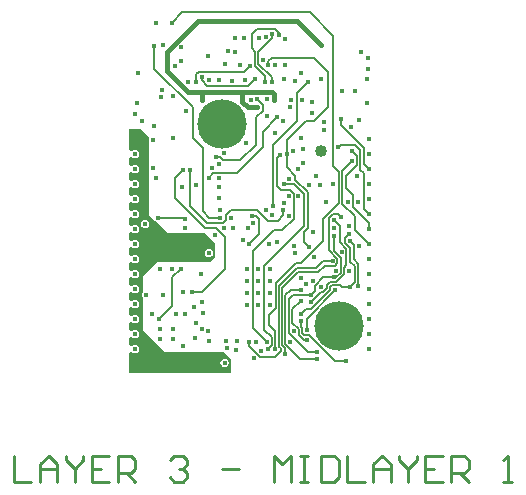
<source format=gbr>
%TF.GenerationSoftware,Altium Limited,Altium Designer,20.1.11 (218)*%
G04 Layer_Physical_Order=3*
G04 Layer_Color=36540*
%FSLAX26Y26*%
%MOIN*%
%TF.SameCoordinates,F1652399-7491-40A6-9504-01A14B245E9D*%
%TF.FilePolarity,Positive*%
%TF.FileFunction,Copper,L3,Inr,Signal*%
%TF.Part,Single*%
G01*
G75*
%TA.AperFunction,Conductor*%
%ADD38C,0.005000*%
%ADD44C,0.015000*%
%TA.AperFunction,ComponentPad*%
%ADD62C,0.040000*%
%TA.AperFunction,ViaPad*%
%ADD64C,0.165000*%
%ADD65C,0.017716*%
%TA.AperFunction,NonConductor*%
%ADD66C,0.009842*%
G36*
X75806Y795051D02*
X75805Y535917D01*
X92840Y518883D01*
X95009Y515637D01*
X98255Y513468D01*
X136587Y475136D01*
X259984Y475136D01*
X295009Y440111D01*
X295009Y394033D01*
X279276Y378301D01*
X102301Y378301D01*
X56000Y332000D01*
Y277653D01*
X53870Y274465D01*
X52795Y269058D01*
X53870Y263651D01*
X56000Y260463D01*
X56000Y150408D01*
X126950Y79458D01*
X324115D01*
X350078Y53495D01*
Y8156D01*
X8156D01*
Y73421D01*
X12120Y76070D01*
X13546Y78203D01*
X19559D01*
X19563Y78197D01*
X24147Y75134D01*
X29554Y74058D01*
X34962Y75134D01*
X39546Y78197D01*
X42608Y82781D01*
X43684Y88188D01*
X42608Y93595D01*
X39546Y98179D01*
X34962Y101242D01*
X29554Y102318D01*
X24147Y101242D01*
X19563Y98179D01*
X19560Y98175D01*
X13547D01*
X12120Y100310D01*
X8156Y102959D01*
Y123421D01*
X12120Y126070D01*
X13546Y128203D01*
X19559D01*
X19563Y128197D01*
X24147Y125134D01*
X29554Y124058D01*
X34962Y125134D01*
X39546Y128197D01*
X42608Y132781D01*
X43684Y138188D01*
X42608Y143595D01*
X39546Y148179D01*
X34962Y151242D01*
X29554Y152318D01*
X24147Y151242D01*
X19563Y148179D01*
X19560Y148175D01*
X13547D01*
X12120Y150310D01*
X8156Y152959D01*
Y173421D01*
X12120Y176070D01*
X13546Y178203D01*
X19559D01*
X19563Y178197D01*
X24147Y175134D01*
X29554Y174058D01*
X34962Y175134D01*
X39546Y178197D01*
X42608Y182781D01*
X43684Y188188D01*
X42608Y193595D01*
X39546Y198179D01*
X34962Y201242D01*
X29554Y202318D01*
X24147Y201242D01*
X19563Y198179D01*
X19560Y198175D01*
X13547D01*
X12120Y200310D01*
X8156Y202959D01*
Y223421D01*
X12120Y226070D01*
X13546Y228203D01*
X19559D01*
X19563Y228197D01*
X24147Y225134D01*
X29554Y224058D01*
X34962Y225134D01*
X39546Y228197D01*
X42608Y232781D01*
X43684Y238188D01*
X42608Y243595D01*
X39546Y248179D01*
X34962Y251242D01*
X29554Y252318D01*
X24147Y251242D01*
X19563Y248179D01*
X19560Y248175D01*
X13547D01*
X12120Y250310D01*
X8156Y252959D01*
Y273421D01*
X12120Y276070D01*
X13546Y278203D01*
X19559D01*
X19563Y278197D01*
X24147Y275134D01*
X29554Y274058D01*
X34962Y275134D01*
X39546Y278197D01*
X42608Y282781D01*
X43684Y288188D01*
X42608Y293595D01*
X39546Y298179D01*
X34962Y301242D01*
X29554Y302318D01*
X24147Y301242D01*
X19563Y298179D01*
X19560Y298175D01*
X13547D01*
X12120Y300310D01*
X8156Y302959D01*
Y323421D01*
X12120Y326070D01*
X13546Y328203D01*
X19559D01*
X19563Y328197D01*
X24147Y325134D01*
X29554Y324058D01*
X34962Y325134D01*
X39546Y328197D01*
X42608Y332781D01*
X43684Y338188D01*
X42608Y343595D01*
X39546Y348179D01*
X34962Y351242D01*
X29554Y352318D01*
X24147Y351242D01*
X19563Y348179D01*
X19560Y348175D01*
X13547D01*
X12120Y350310D01*
X8156Y352959D01*
Y373421D01*
X12120Y376070D01*
X13546Y378203D01*
X19559D01*
X19563Y378197D01*
X24147Y375134D01*
X29554Y374058D01*
X34962Y375134D01*
X39546Y378197D01*
X42608Y382781D01*
X43684Y388188D01*
X42608Y393595D01*
X39546Y398179D01*
X34962Y401242D01*
X29554Y402318D01*
X24147Y401242D01*
X19563Y398179D01*
X19560Y398175D01*
X13547D01*
X12120Y400310D01*
X8156Y402959D01*
Y423421D01*
X12120Y426070D01*
X13546Y428203D01*
X19559D01*
X19563Y428197D01*
X24147Y425134D01*
X29554Y424058D01*
X34962Y425134D01*
X39546Y428197D01*
X42608Y432781D01*
X43684Y438188D01*
X42608Y443595D01*
X39546Y448179D01*
X34962Y451242D01*
X29554Y452318D01*
X24147Y451242D01*
X19563Y448179D01*
X19560Y448175D01*
X13547D01*
X12120Y450310D01*
X8156Y452959D01*
Y473421D01*
X12120Y476070D01*
X13546Y478203D01*
X19559D01*
X19563Y478197D01*
X24147Y475134D01*
X29554Y474058D01*
X34962Y475134D01*
X39546Y478197D01*
X42608Y482781D01*
X43684Y488188D01*
X42608Y493595D01*
X39546Y498179D01*
X34962Y501242D01*
X29554Y502318D01*
X24147Y501242D01*
X19563Y498179D01*
X19560Y498175D01*
X13547D01*
X12120Y500310D01*
X8156Y502959D01*
Y523421D01*
X12120Y526070D01*
X13546Y528203D01*
X19559D01*
X19563Y528197D01*
X24147Y525134D01*
X29554Y524058D01*
X34962Y525134D01*
X39546Y528197D01*
X42608Y532781D01*
X43684Y538188D01*
X42608Y543595D01*
X39546Y548179D01*
X34962Y551242D01*
X29554Y552318D01*
X24147Y551242D01*
X19563Y548179D01*
X19560Y548175D01*
X13547D01*
X12120Y550310D01*
X8156Y552959D01*
Y573421D01*
X12120Y576070D01*
X13546Y578203D01*
X19559D01*
X19563Y578197D01*
X24147Y575134D01*
X29554Y574058D01*
X34962Y575134D01*
X39546Y578197D01*
X42608Y582781D01*
X43684Y588188D01*
X42608Y593595D01*
X39546Y598179D01*
X34962Y601242D01*
X29554Y602318D01*
X24147Y601242D01*
X19563Y598179D01*
X19560Y598175D01*
X13547D01*
X12120Y600310D01*
X8156Y602959D01*
Y623421D01*
X12120Y626070D01*
X13546Y628203D01*
X19559D01*
X19563Y628197D01*
X24147Y625134D01*
X29554Y624058D01*
X34962Y625134D01*
X39546Y628197D01*
X42608Y632781D01*
X43684Y638188D01*
X42608Y643595D01*
X39546Y648179D01*
X34962Y651242D01*
X29554Y652318D01*
X24147Y651242D01*
X19563Y648179D01*
X19560Y648175D01*
X13547D01*
X12120Y650310D01*
X8156Y652959D01*
Y673421D01*
X12120Y676070D01*
X13546Y678203D01*
X19559D01*
X19563Y678197D01*
X24147Y675134D01*
X29554Y674058D01*
X34962Y675134D01*
X39546Y678197D01*
X42608Y682781D01*
X43684Y688188D01*
X42608Y693595D01*
X39546Y698179D01*
X34962Y701242D01*
X29554Y702318D01*
X24147Y701242D01*
X19563Y698179D01*
X19560Y698175D01*
X13547D01*
X12120Y700310D01*
X8156Y702959D01*
Y723421D01*
X12120Y726070D01*
X13546Y728203D01*
X19559D01*
X19563Y728197D01*
X24147Y725134D01*
X29554Y724058D01*
X34962Y725134D01*
X39546Y728197D01*
X42608Y732781D01*
X43684Y738188D01*
X42608Y743595D01*
X39546Y748179D01*
X34962Y751242D01*
X29554Y752318D01*
X24147Y751242D01*
X19563Y748179D01*
X19560Y748175D01*
X13547D01*
X12120Y750310D01*
X8156Y752959D01*
Y822532D01*
X48324D01*
X75806Y795051D01*
D02*
G37*
%LPC*%
G36*
X63424Y518188D02*
X58017Y517112D01*
X53433Y514049D01*
X50370Y509465D01*
X49295Y504058D01*
X50370Y498651D01*
X53433Y494067D01*
X58017Y491004D01*
X63424Y489928D01*
X68832Y491004D01*
X73416Y494067D01*
X76478Y498651D01*
X77554Y504058D01*
X76478Y509465D01*
X73416Y514049D01*
X68832Y517112D01*
X63424Y518188D01*
D02*
G37*
G36*
X275594Y421878D02*
X270187Y420802D01*
X265603Y417739D01*
X262540Y413155D01*
X261465Y407748D01*
X262540Y402341D01*
X265603Y397757D01*
X270187Y394694D01*
X275594Y393618D01*
X281002Y394694D01*
X285586Y397757D01*
X288649Y402341D01*
X289724Y407748D01*
X288649Y413155D01*
X285586Y417739D01*
X281002Y420802D01*
X275594Y421878D01*
D02*
G37*
G36*
X328000Y56130D02*
X322593Y55054D01*
X318009Y51991D01*
X314946Y47407D01*
X313870Y42000D01*
X314946Y36593D01*
X318009Y32009D01*
X322593Y28946D01*
X328000Y27870D01*
X333407Y28946D01*
X337991Y32009D01*
X341054Y36593D01*
X342130Y42000D01*
X341054Y47407D01*
X337991Y51991D01*
X333407Y55054D01*
X328000Y56130D01*
D02*
G37*
%LPD*%
D38*
X758724Y387638D02*
Y435998D01*
X745064Y449658D02*
X758724Y435998D01*
X369000Y674000D02*
X455000Y760000D01*
Y813000D02*
X502000Y860000D01*
X455000Y760000D02*
Y813000D01*
X433000Y769000D02*
Y860000D01*
X381000Y717000D02*
X433000Y769000D01*
Y860000D02*
X456000Y883000D01*
X324000Y717000D02*
X381000D01*
X289866Y674000D02*
X369000D01*
X473424Y1033925D02*
Y1047424D01*
X485576Y1059576D02*
X624749D01*
X473424Y1047424D02*
X485576Y1059576D01*
X624749D02*
X674000Y1010324D01*
X534925Y783925D02*
X598000Y847000D01*
X626000D02*
X674000Y895000D01*
X598000Y847000D02*
X626000D01*
X534925Y739000D02*
Y783925D01*
X489000Y564000D02*
Y768000D01*
X568000Y847000D02*
Y940754D01*
X489000Y768000D02*
X568000Y847000D01*
X153424Y327058D02*
X181424Y355058D01*
X153424Y230881D02*
Y327058D01*
X111000Y188456D02*
X153424Y230881D01*
X162000Y593000D02*
Y658963D01*
X188424Y685388D01*
X162000Y593000D02*
X263000Y492000D01*
X298000D01*
X330175Y459825D01*
Y355277D02*
Y459825D01*
X219424Y277058D02*
X251956D01*
X330175Y355277D01*
X269000Y508000D02*
X322641D01*
X212599Y564402D02*
Y685388D01*
Y564402D02*
X269000Y508000D01*
X187931Y525628D02*
X191559Y522000D01*
X195000D01*
X105000Y525628D02*
X187931D01*
X274824Y658958D02*
X289866Y674000D01*
X534925Y695233D02*
X564000Y666158D01*
X534925Y695233D02*
Y739000D01*
X276942Y525058D02*
X314124D01*
X322641Y508000D02*
X332776Y518135D01*
X498424Y223424D02*
Y308358D01*
X476424Y166576D02*
Y201424D01*
X498424Y223424D01*
X460424Y152576D02*
Y366058D01*
X485424Y101058D02*
Y127576D01*
X460424Y152576D02*
X485424Y127576D01*
X495796Y87953D02*
Y147204D01*
X476424Y166576D02*
X495796Y147204D01*
X498424Y308358D02*
X564824Y374758D01*
X530642Y268031D02*
X548048Y285438D01*
X520642Y100383D02*
Y291265D01*
X510642Y299275D02*
X569224Y357858D01*
X520642Y100383D02*
X530000Y91024D01*
X520642Y291265D02*
X573134Y343758D01*
X530642Y105224D02*
Y268031D01*
X510642Y96240D02*
Y299275D01*
Y96240D02*
X516000Y90882D01*
X530642Y105224D02*
X580748Y55118D01*
X408623Y99746D02*
X445903Y62466D01*
X408623Y99746D02*
Y112058D01*
X696942Y47058D02*
X732424D01*
X609842Y134158D02*
X696942Y47058D01*
X591824Y134158D02*
X609842D01*
X591224Y117058D02*
X601424D01*
X554434Y175448D02*
Y221068D01*
Y175448D02*
X575124Y154758D01*
X554434Y221068D02*
X581424Y248058D01*
X557552Y268858D02*
X614924D01*
X542266Y141082D02*
Y253572D01*
X557552Y268858D01*
X548048Y285438D02*
X581774D01*
X648800Y278254D02*
X657720D01*
X615114Y244568D02*
X648800Y278254D01*
X657720D02*
X669752Y290285D01*
X504758Y514758D02*
X524000Y534000D01*
Y550000D01*
X473017Y514758D02*
X504758D01*
X493000Y484000D02*
X521000D01*
X558000Y521000D02*
Y605164D01*
X521000Y484000D02*
X558000Y521000D01*
X423424Y414424D02*
X493000Y484000D01*
X313000Y728000D02*
X324000Y717000D01*
X301000Y728000D02*
X313000D01*
X503000Y631642D02*
Y726000D01*
X512000Y735000D02*
Y735000D01*
X503000Y726000D02*
X512000Y735000D01*
X503000Y631642D02*
X516642Y618000D01*
X568000Y940754D02*
X605677Y978431D01*
X674000Y895000D02*
Y1010324D01*
X612357Y1209785D02*
X690000Y1132142D01*
Y696683D02*
Y1132142D01*
X728724Y459338D02*
X742424Y473038D01*
X728724Y456458D02*
Y459338D01*
X728704Y456438D02*
X728724Y456458D01*
X728704Y442878D02*
Y456438D01*
Y442878D02*
X747024Y424558D01*
X713224Y444208D02*
X734358Y423074D01*
Y366592D02*
Y423074D01*
X713224Y444208D02*
Y499458D01*
X747024Y378658D02*
Y424558D01*
X725642Y337041D02*
Y357875D01*
X699458Y310858D02*
X725642Y337041D01*
X680224Y310858D02*
X699458D01*
X725642Y357875D02*
X734358Y366592D01*
X704388Y375784D02*
Y389336D01*
X675424Y418299D02*
Y524758D01*
X694801Y366198D02*
X704388Y375784D01*
X675424Y418299D02*
X704388Y389336D01*
X657624Y382558D02*
X688027D01*
X663164Y366198D02*
X694801D01*
X688027Y382558D02*
X688029Y382560D01*
X693424Y414442D02*
X715033Y392833D01*
Y342602D02*
Y392833D01*
X693424Y414442D02*
Y464058D01*
X692874Y327408D02*
X699838D01*
X715033Y342602D01*
X93424Y1022576D02*
X222000Y894000D01*
Y792710D02*
X255000Y759710D01*
X222000Y792710D02*
Y894000D01*
X93424Y1022576D02*
Y1099058D01*
X423424Y157288D02*
Y414424D01*
X516642Y618000D02*
X545164D01*
X558000Y605164D01*
X460424Y366058D02*
X593000Y498634D01*
X332776Y536418D02*
X349357Y553000D01*
X434774D01*
X332776Y518135D02*
Y536418D01*
X434774Y553000D02*
X473017Y514758D01*
X527000Y638000D02*
X559000D01*
X409276Y437980D02*
X443424Y472129D01*
X716000Y769000D02*
X762782D01*
X707000Y760000D02*
X716000Y769000D01*
X423424Y157288D02*
X468504Y112208D01*
X733000Y663934D02*
X770124Y701058D01*
X733000Y624000D02*
X755924Y601076D01*
X733000Y624000D02*
Y663934D01*
X755924Y560868D02*
Y601076D01*
X720824Y571176D02*
Y681458D01*
X752994Y713628D01*
X690000Y696683D02*
X708424Y678259D01*
X781124Y685058D02*
Y750658D01*
Y685058D02*
X791624Y674558D01*
Y556288D02*
Y674558D01*
Y556288D02*
X809724Y538188D01*
X762782Y769000D02*
X781124Y750658D01*
X640724Y343758D02*
X663164Y366198D01*
X655024Y522558D02*
X708424Y575958D01*
Y678259D01*
X720824Y571176D02*
X761724Y530276D01*
X593000Y498634D02*
Y604000D01*
Y443483D02*
Y479000D01*
X606000Y492000D02*
Y610258D01*
X593000Y479000D02*
X606000Y492000D01*
X593000Y443483D02*
X609424Y427058D01*
Y427058D02*
Y427058D01*
X564000Y652258D02*
X606000Y610258D01*
X564000Y652258D02*
Y666158D01*
X559000Y638000D02*
X593000Y604000D01*
X255000Y547000D02*
X276942Y525058D01*
X255000Y547000D02*
Y759710D01*
X437824Y919958D02*
X456000Y901782D01*
Y883000D02*
Y901782D01*
X419140Y531774D02*
X434282D01*
X443424Y522632D01*
Y472129D02*
Y522632D01*
X614924Y268858D02*
X628224Y282158D01*
Y297858D02*
X657774Y327408D01*
X628224Y282158D02*
Y297858D01*
X232284Y1003318D02*
X241524Y1012558D01*
X232284Y979058D02*
Y1003318D01*
X430000Y1032127D02*
Y1079000D01*
X419000Y1090000D02*
Y1137000D01*
Y1090000D02*
X430000Y1079000D01*
X689924Y539258D02*
X706924D01*
X717724Y528458D01*
X693624Y519058D02*
X713224Y499458D01*
X693424Y519058D02*
X693624D01*
X675424Y524758D02*
X689924Y539258D01*
X761724Y486188D02*
Y530276D01*
X440642Y1078642D02*
X486296Y1124296D01*
X440642Y1039358D02*
Y1078642D01*
Y1039358D02*
X486424Y993576D01*
X430000Y1032127D02*
X463704Y998423D01*
X419000Y1137000D02*
X436850Y1154850D01*
X486296Y1124296D02*
Y1138479D01*
X486284Y1138492D02*
X486296Y1138479D01*
X605677Y978431D02*
X606931D01*
X187301Y1209785D02*
X612357D01*
X486424Y978958D02*
Y993576D01*
X463704Y978958D02*
Y998423D01*
X436850Y1154850D02*
X497067D01*
X509000Y1134000D02*
Y1142917D01*
X497067Y1154850D02*
X509000Y1142917D01*
X270385Y966243D02*
X407467D01*
X430000Y988776D01*
X151574Y1174058D02*
X187301Y1209785D01*
X253424Y983204D02*
X270385Y966243D01*
X253424Y983204D02*
Y993458D01*
X241524Y1012558D02*
X391924D01*
X773399Y297208D02*
X773504Y297313D01*
Y372858D01*
X516000Y82000D02*
Y90882D01*
X496466Y62466D02*
X516000Y82000D01*
X445903Y62466D02*
X496466D01*
X530000Y70000D02*
Y91024D01*
X580748Y55118D02*
X637424D01*
X605290Y78058D02*
X636424D01*
X542266Y141082D02*
X605290Y78058D01*
X669752Y290285D02*
Y300385D01*
X680224Y310858D01*
X680594Y286028D02*
Y294610D01*
X686842Y300858D01*
X615624Y221058D02*
X680594Y286028D01*
X686842Y300858D02*
X713443D01*
X601924Y189058D02*
X696954Y284088D01*
X718243Y296058D02*
X746424D01*
X713443Y300858D02*
X718243Y296058D01*
X761724Y311358D02*
Y363958D01*
X746424Y296058D02*
X761724Y311358D01*
X391924Y1012558D02*
X412424Y1033058D01*
X715000Y835682D02*
Y855000D01*
X575124Y133158D02*
X591224Y117058D01*
X575124Y133158D02*
Y154758D01*
X753424Y749058D02*
X770124Y732358D01*
Y701058D02*
Y732358D01*
X755924Y560868D02*
X809724Y507068D01*
Y488188D02*
Y507068D01*
X573134Y343758D02*
X640724D01*
X472424Y88058D02*
X485424Y101058D01*
X792424Y705488D02*
X809724Y688188D01*
X792424Y705488D02*
Y758258D01*
X761724Y486188D02*
X809724Y438188D01*
X655024Y448158D02*
Y522558D01*
X581624Y374758D02*
X655024Y448158D01*
X564824Y374758D02*
X581624D01*
X657774Y327408D02*
X692874D01*
X582424Y161658D02*
Y181058D01*
Y161658D02*
X585564Y158518D01*
Y140418D02*
Y158518D01*
Y140418D02*
X591824Y134158D01*
X632924Y357858D02*
X657624Y382558D01*
X569224Y357858D02*
X632924D01*
X601924Y152658D02*
Y189058D01*
X747024Y378658D02*
X761724Y363958D01*
X599424Y221058D02*
X615624D01*
X582424Y204058D02*
X599424Y221058D01*
X758724Y387638D02*
X773504Y372858D01*
X715000Y835682D02*
X792424Y758258D01*
D44*
X386137Y912863D02*
Y945426D01*
X405000Y894000D02*
X436000D01*
X386137Y912863D02*
X405000Y894000D01*
X136172Y1079172D02*
X238000Y1181000D01*
X570278D02*
X648278Y1103000D01*
X238000Y1181000D02*
X570278D01*
X136172Y1015249D02*
Y1079172D01*
X386137Y945426D02*
X485388D01*
X494174Y919008D02*
Y936639D01*
X485388Y945426D02*
X494174Y936639D01*
X251974Y945426D02*
X386137D01*
X251974Y919058D02*
Y945426D01*
X205995D02*
X251974D01*
X136172Y1015249D02*
X205995Y945426D01*
D62*
X650473Y749058D02*
D03*
D64*
X708424Y164058D02*
D03*
X318424Y839058D02*
D03*
D65*
X496558Y1033925D02*
D03*
X111000Y188456D02*
D03*
X185034Y629458D02*
D03*
X314124Y525058D02*
D03*
X574358Y597000D02*
D03*
X219424Y277058D02*
D03*
X296352Y466986D02*
D03*
X557642Y747067D02*
D03*
X188424Y685388D02*
D03*
X393704Y1124058D02*
D03*
X524924Y987058D02*
D03*
X233724Y636158D02*
D03*
X274824Y658958D02*
D03*
X105000Y525628D02*
D03*
X98424Y659058D02*
D03*
X590642Y708000D02*
D03*
Y756000D02*
D03*
X534925Y739000D02*
D03*
X165354Y204058D02*
D03*
X328000Y42000D02*
D03*
X311000Y67000D02*
D03*
X212599Y685388D02*
D03*
X312124Y550058D02*
D03*
X326002Y491991D02*
D03*
X547000Y112000D02*
D03*
X601424Y117058D02*
D03*
X619094Y911418D02*
D03*
X585584Y919058D02*
D03*
X399934Y776066D02*
D03*
X745064Y449658D02*
D03*
X743000Y348000D02*
D03*
X688029Y382560D02*
D03*
X718000Y413000D02*
D03*
X90554Y692918D02*
D03*
X124503Y1102979D02*
D03*
X183424Y1094058D02*
D03*
X161414Y1031498D02*
D03*
X207000Y979000D02*
D03*
X495000Y808000D02*
D03*
X541283Y597345D02*
D03*
X504424Y446058D02*
D03*
X541642Y531775D02*
D03*
X350424Y523426D02*
D03*
X486284Y534258D02*
D03*
X355524Y490058D02*
D03*
X154642Y791265D02*
D03*
X619094Y875988D02*
D03*
X489000Y564000D02*
D03*
X527000Y638000D02*
D03*
X477693Y437817D02*
D03*
X390000Y450000D02*
D03*
X409276Y437980D02*
D03*
X405424Y492058D02*
D03*
X610714Y634058D02*
D03*
X573000Y687000D02*
D03*
X707000Y760000D02*
D03*
X582642Y791067D02*
D03*
X658424Y844058D02*
D03*
X667324Y579758D02*
D03*
X691144Y639058D02*
D03*
X183424Y1049068D02*
D03*
X362204Y1124058D02*
D03*
X277124Y434358D02*
D03*
X622724Y477958D02*
D03*
X327000Y742000D02*
D03*
X542030Y655034D02*
D03*
X527564Y575481D02*
D03*
X308324Y629458D02*
D03*
X502000Y860000D02*
D03*
X546035Y895368D02*
D03*
X468580Y865304D02*
D03*
X436000Y894000D02*
D03*
X523424Y849048D02*
D03*
X308674Y656794D02*
D03*
X470584Y919928D02*
D03*
X308000Y704000D02*
D03*
X301000Y728000D02*
D03*
X524000Y550000D02*
D03*
X494174Y919008D02*
D03*
X512000Y735000D02*
D03*
X466000Y553000D02*
D03*
X419140Y531774D02*
D03*
X422424Y509058D02*
D03*
X275594Y407748D02*
D03*
X197724Y491058D02*
D03*
X310924Y592558D02*
D03*
X287216Y691366D02*
D03*
X29554Y138188D02*
D03*
Y238188D02*
D03*
Y288188D02*
D03*
Y388188D02*
D03*
Y438188D02*
D03*
Y538188D02*
D03*
Y638188D02*
D03*
Y688188D02*
D03*
Y788188D02*
D03*
X31134Y871338D02*
D03*
X38000Y1008000D02*
D03*
X114174Y155518D02*
D03*
X112174Y120078D02*
D03*
X86614Y204058D02*
D03*
X112924Y354558D02*
D03*
X93424Y444058D02*
D03*
X90554Y783468D02*
D03*
X117824Y928158D02*
D03*
X117899Y952274D02*
D03*
X93424Y1099058D02*
D03*
X100394Y1174058D02*
D03*
X157484Y155518D02*
D03*
Y120078D02*
D03*
X195264Y204058D02*
D03*
X188424Y279058D02*
D03*
X181424Y355058D02*
D03*
X153424Y354058D02*
D03*
X195000Y522000D02*
D03*
X200714Y881348D02*
D03*
X157508Y930492D02*
D03*
X275594Y113348D02*
D03*
X274424Y148058D02*
D03*
X251424Y155058D02*
D03*
X255424Y206698D02*
D03*
X251974Y919058D02*
D03*
X253424Y993458D02*
D03*
X333424Y114058D02*
D03*
X330624Y1037458D02*
D03*
X338424Y1080058D02*
D03*
X362424Y1079058D02*
D03*
X425204Y59058D02*
D03*
X401574Y236228D02*
D03*
X440944D02*
D03*
X401574Y314968D02*
D03*
Y275598D02*
D03*
X440944Y314968D02*
D03*
Y275598D02*
D03*
X401574Y354968D02*
D03*
X440944D02*
D03*
X414524Y919058D02*
D03*
X437824Y919958D02*
D03*
X412424Y1033058D02*
D03*
X443135Y1124830D02*
D03*
X480314Y236228D02*
D03*
Y314968D02*
D03*
Y275598D02*
D03*
Y354968D02*
D03*
X473424Y1033925D02*
D03*
X558624Y147858D02*
D03*
X601924Y152658D02*
D03*
X582424Y204058D02*
D03*
X598424Y305118D02*
D03*
X581774Y324808D02*
D03*
Y285438D02*
D03*
X583424Y1009058D02*
D03*
X637424Y55118D02*
D03*
X636424Y78058D02*
D03*
X649424Y295058D02*
D03*
X646144Y634058D02*
D03*
X648278Y1103000D02*
D03*
X732424Y47058D02*
D03*
X746424Y296058D02*
D03*
X742424Y473038D02*
D03*
X717724Y528458D02*
D03*
X752994Y713628D02*
D03*
X715000Y855000D02*
D03*
X763784Y949418D02*
D03*
X720474Y949058D02*
D03*
X809724Y138188D02*
D03*
Y238188D02*
D03*
Y288188D02*
D03*
Y388188D02*
D03*
Y438188D02*
D03*
Y538188D02*
D03*
Y638188D02*
D03*
Y688188D02*
D03*
Y788188D02*
D03*
X805714Y1021338D02*
D03*
X29554Y188188D02*
D03*
Y88188D02*
D03*
X39499Y31500D02*
D03*
X29554Y488188D02*
D03*
Y338188D02*
D03*
Y738188D02*
D03*
Y588188D02*
D03*
X35748Y906768D02*
D03*
X76384Y104058D02*
D03*
X124014Y269058D02*
D03*
X93424Y830708D02*
D03*
X188424Y99058D02*
D03*
X233424Y174058D02*
D03*
X253424Y246068D02*
D03*
X250224Y337758D02*
D03*
X273424Y1064058D02*
D03*
X275704Y984058D02*
D03*
X232284Y979058D02*
D03*
X337424Y90058D02*
D03*
X353741Y982601D02*
D03*
X432424Y112058D02*
D03*
X408623D02*
D03*
X396812Y985658D02*
D03*
X430000Y988776D02*
D03*
X472424Y88058D02*
D03*
X495796Y87953D02*
D03*
X486424Y978958D02*
D03*
X509000Y1134000D02*
D03*
X486284Y1138492D02*
D03*
X582424Y181058D02*
D03*
X581424Y248058D02*
D03*
X563424Y407058D02*
D03*
X560424Y430058D02*
D03*
X561424Y982058D02*
D03*
X658424Y819058D02*
D03*
X633424Y664048D02*
D03*
X648424Y989048D02*
D03*
X742424Y497058D02*
D03*
X753424Y749058D02*
D03*
X748424Y829058D02*
D03*
X738524Y577558D02*
D03*
X809724Y188188D02*
D03*
Y88188D02*
D03*
Y488188D02*
D03*
Y338188D02*
D03*
Y738188D02*
D03*
Y588188D02*
D03*
X805714Y1056778D02*
D03*
X803424Y989058D02*
D03*
Y909058D02*
D03*
X228424Y124018D02*
D03*
X225424Y229058D02*
D03*
X53424Y849048D02*
D03*
X151574Y1174058D02*
D03*
X367424Y84648D02*
D03*
X450464Y81038D02*
D03*
X530000Y70000D02*
D03*
X368114Y114178D02*
D03*
X548424Y919058D02*
D03*
X530424Y1034058D02*
D03*
X378424D02*
D03*
X530000Y1121000D02*
D03*
X615114Y244568D02*
D03*
X621424Y315058D02*
D03*
X696954Y284088D02*
D03*
X773399Y297208D02*
D03*
X627424Y395058D02*
D03*
X693424Y464058D02*
D03*
Y519058D02*
D03*
X775584Y852368D02*
D03*
X783424Y1079068D02*
D03*
X63424Y504058D02*
D03*
X66924Y269058D02*
D03*
X468504Y112208D02*
D03*
X311024Y984058D02*
D03*
X463704Y978958D02*
D03*
X465757Y1126892D02*
D03*
X457000Y1051000D02*
D03*
X693424Y492718D02*
D03*
X614924Y268858D02*
D03*
X609424Y427058D02*
D03*
X698674Y349378D02*
D03*
X692874Y327408D02*
D03*
X777824Y431858D02*
D03*
X773024Y579458D02*
D03*
X768424Y664058D02*
D03*
X606931Y978431D02*
D03*
D66*
X-373806Y-267743D02*
Y-354330D01*
X-316082D01*
X-287219D02*
Y-296606D01*
X-258357Y-267743D01*
X-229495Y-296606D01*
Y-354330D01*
Y-311037D01*
X-287219D01*
X-200633Y-267743D02*
Y-282175D01*
X-171771Y-311037D01*
X-142909Y-282175D01*
Y-267743D01*
X-171771Y-311037D02*
Y-354330D01*
X-56323Y-267743D02*
X-114047D01*
Y-354330D01*
X-56323D01*
X-114047Y-311037D02*
X-85185D01*
X-27461Y-354330D02*
Y-267743D01*
X15832D01*
X30263Y-282175D01*
Y-311037D01*
X15832Y-325468D01*
X-27461D01*
X1401D02*
X30263Y-354330D01*
X145712Y-282175D02*
X160143Y-267743D01*
X189005D01*
X203436Y-282175D01*
Y-296606D01*
X189005Y-311037D01*
X174574D01*
X189005D01*
X203436Y-325468D01*
Y-339899D01*
X189005Y-354330D01*
X160143D01*
X145712Y-339899D01*
X318884Y-311037D02*
X376608D01*
X492056Y-354330D02*
Y-267743D01*
X520918Y-296606D01*
X549780Y-267743D01*
Y-354330D01*
X578643Y-267743D02*
X607505D01*
X593074D01*
Y-354330D01*
X578643D01*
X607505D01*
X650798Y-267743D02*
Y-354330D01*
X694091D01*
X708522Y-339899D01*
Y-282175D01*
X694091Y-267743D01*
X650798D01*
X737384D02*
Y-354330D01*
X795108D01*
X823970D02*
Y-296606D01*
X852832Y-267743D01*
X881694Y-296606D01*
Y-354330D01*
Y-311037D01*
X823970D01*
X910556Y-267743D02*
Y-282175D01*
X939418Y-311037D01*
X968280Y-282175D01*
Y-267743D01*
X939418Y-311037D02*
Y-354330D01*
X1054867Y-267743D02*
X997143D01*
Y-354330D01*
X1054867D01*
X997143Y-311037D02*
X1026005D01*
X1083729Y-354330D02*
Y-267743D01*
X1127022D01*
X1141453Y-282175D01*
Y-311037D01*
X1127022Y-325468D01*
X1083729D01*
X1112591D02*
X1141453Y-354330D01*
X1256901D02*
X1285763D01*
X1271332D01*
Y-267743D01*
X1256901Y-282175D01*
%TF.MD5,25d674ad3b52a6c836aca443ed2ad339*%
M02*

</source>
